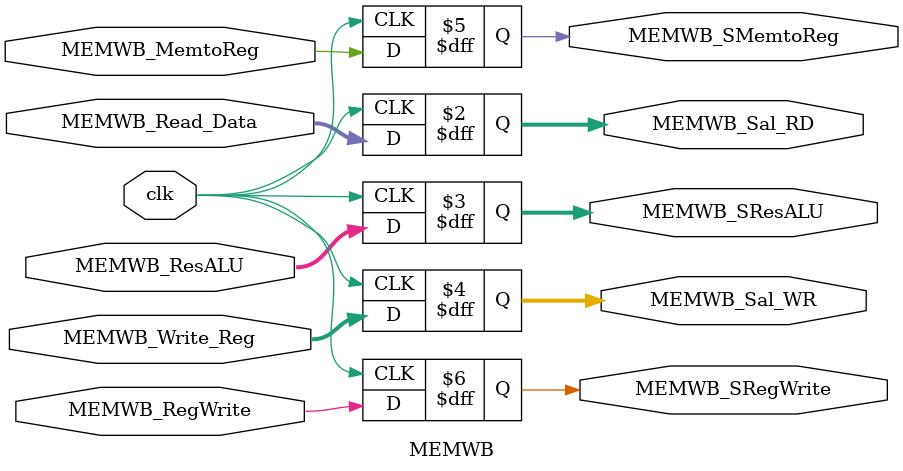
<source format=v>
`timescale 1ns/1ns

module MEMWB(
	input [31:0]MEMWB_Read_Data,MEMWB_ResALU,
	input[4:0]MEMWB_Write_Reg,
	input MEMWB_MemtoReg,MEMWB_RegWrite,
	input clk,
	output reg[31:0]MEMWB_Sal_RD, MEMWB_SResALU,
	output reg[4:0]MEMWB_Sal_WR,
	output reg MEMWB_SMemtoReg,MEMWB_SRegWrite
);

always @(posedge clk)
	begin
		MEMWB_Sal_RD = MEMWB_Read_Data;
	    MEMWB_SResALU = MEMWB_ResALU;
		MEMWB_Sal_WR = MEMWB_Write_Reg;
		
		MEMWB_SMemtoReg = MEMWB_MemtoReg;
		MEMWB_SRegWrite = MEMWB_RegWrite;
	end

endmodule 
</source>
